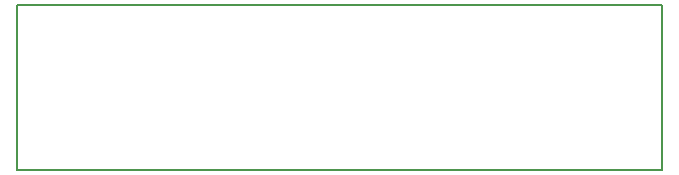
<source format=gbr>
G04 #@! TF.FileFunction,Profile,NP*
%FSLAX46Y46*%
G04 Gerber Fmt 4.6, Leading zero omitted, Abs format (unit mm)*
G04 Created by KiCad (PCBNEW (2016-02-16 BZR 6568, Git 6c5f954)-product) date Sun 21 Feb 2016 12:11:03 PM EST*
%MOMM*%
G01*
G04 APERTURE LIST*
%ADD10C,0.100000*%
%ADD11C,0.150000*%
G04 APERTURE END LIST*
D10*
D11*
X96520000Y-73660000D02*
X96520000Y-87630000D01*
X151130000Y-73660000D02*
X96520000Y-73660000D01*
X151130000Y-87630000D02*
X151130000Y-73660000D01*
X96520000Y-87630000D02*
X151130000Y-87630000D01*
M02*

</source>
